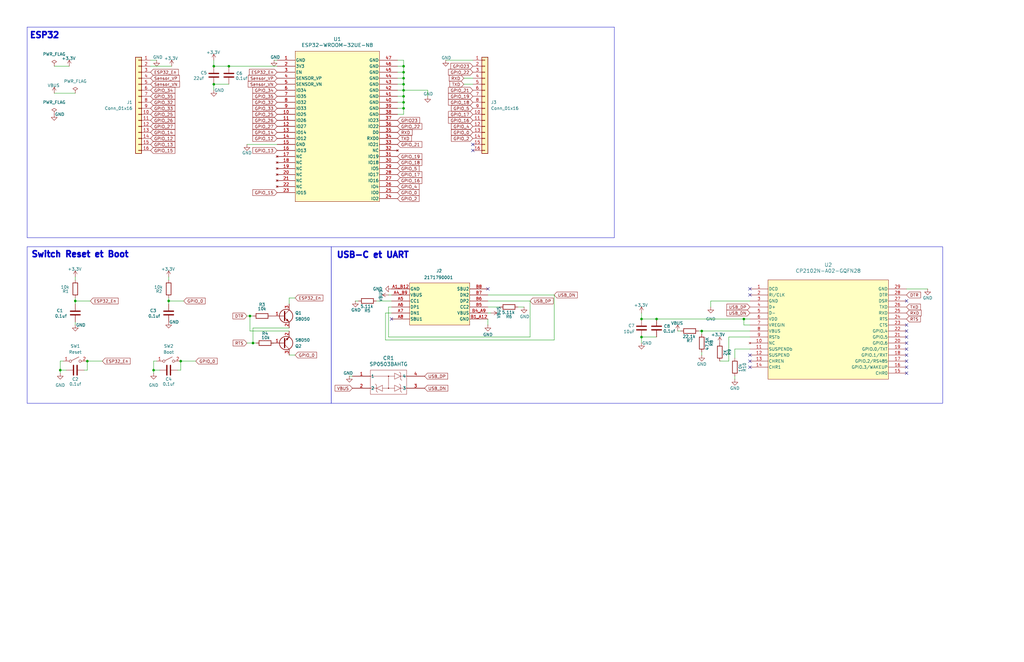
<source format=kicad_sch>
(kicad_sch (version 20231120) (generator "eeschema") (generator_version "8.0")
  (paper "User" 431.8 279.4)
  (lib_symbols
    (symbol "CP2102N-A02-GQFN28:CP2102N-A02-GQFN28" (pin_names (offset 0.254))
      (property "Reference" "U2" (at 33.02 10.16 0))
      (property "Value" "CP2102N-A02-GQFN28" (at 33.02 7.62 0))
      (symbol "CP2102N-A02-GQFN28_0_1"
        (pin input line (at 0 0 0) (length 7.62) (name "DCD") (number "1"))
        (pin no_connect line (at 0 -22.86 0) (length 7.62) (name "NC") (number "10"))
        (pin output line (at 0 -25.4 0) (length 7.62) (name "SUSPENDb") (number "11"))
        (pin output line (at 0 -27.94 0) (length 7.62) (name "SUSPEND") (number "12"))
        (pin output line (at 0 -30.48 0) (length 7.62) (name "CHREN") (number "13"))
        (pin output line (at 0 -33.02 0) (length 7.62) (name "CHR1") (number "14"))
        (pin output line (at 66.04 -35.56 180) (length 7.62) (name "CHR0") (number "15"))
        (pin bidirectional line (at 66.04 -33.02 180) (length 7.62) (name "GPIO.3/WAKEUP") (number "16"))
        (pin bidirectional line (at 66.04 -30.48 180) (length 7.62) (name "GPIO.2/RS485") (number "17"))
        (pin bidirectional line (at 66.04 -27.94 180) (length 7.62) (name "GPIO.1/RXT") (number "18"))
        (pin bidirectional line (at 66.04 -25.4 180) (length 7.62) (name "GPIO.0/TXT") (number "19"))
        (pin bidirectional line (at 0 -2.54 0) (length 7.62) (name "RI/CLK") (number "2"))
        (pin bidirectional line (at 66.04 -22.86 180) (length 7.62) (name "GPIO.6") (number "20"))
        (pin bidirectional line (at 66.04 -20.32 180) (length 7.62) (name "GPIO.5") (number "21"))
        (pin bidirectional line (at 66.04 -17.78 180) (length 7.62) (name "GPIO.4") (number "22"))
        (pin input line (at 66.04 -15.24 180) (length 7.62) (name "CTS") (number "23"))
        (pin output line (at 66.04 -12.7 180) (length 7.62) (name "RTS") (number "24"))
        (pin input line (at 66.04 -10.16 180) (length 7.62) (name "RXD") (number "25"))
        (pin output line (at 66.04 -7.62 180) (length 7.62) (name "TXD") (number "26"))
        (pin input line (at 66.04 -5.08 180) (length 7.62) (name "DSR") (number "27"))
        (pin output line (at 66.04 -2.54 180) (length 7.62) (name "DTR") (number "28"))
        (pin input line (at 0 -7.62 0) (length 7.62) (name "D+") (number "4"))
        (pin input line (at 0 -10.16 0) (length 7.62) (name "D-") (number "5"))
        (pin power_in line (at 0 -12.7 0) (length 7.62) (name "VDD") (number "6"))
        (pin power_in line (at 0 -15.24 0) (length 7.62) (name "VREGIN") (number "7"))
        (pin input line (at 0 -17.78 0) (length 7.62) (name "VBUS") (number "8"))
      )
      (symbol "CP2102N-A02-GQFN28_1_1"
        (rectangle (start 7.62 3.81) (end 58.42 -38.1) (fill (type background)))
        (pin power_in line (at 66.04 0 180) (length 7.62) (name "GND") (number "29"))
        (pin power_in line (at 0 -5.08 0) (length 7.62) (name "GND") (number "3"))
        (pin passive line (at 0 -20.32 0) (length 7.62) (name "RSTb") (number "9"))
      )
    )
    (symbol "Connector_Generic:Conn_01x16" (pin_names (offset 1.016) hide)
      (property "Reference" "J" (at 0 20.32 0))
      (property "Value" "Conn_01x16" (at 0 -22.86 0))
      (symbol "Conn_01x16_1_1"
        (rectangle (start -1.27 -20.193) (end 0 -20.447) (stroke (width 0.1524)))
        (rectangle (start -1.27 -17.653) (end 0 -17.907) (stroke (width 0.1524)))
        (rectangle (start -1.27 -15.113) (end 0 -15.367) (stroke (width 0.1524)))
        (rectangle (start -1.27 -12.573) (end 0 -12.827) (stroke (width 0.1524)))
        (rectangle (start -1.27 -10.033) (end 0 -10.287) (stroke (width 0.1524)))
        (rectangle (start -1.27 -7.493) (end 0 -7.747) (stroke (width 0.1524)))
        (rectangle (start -1.27 -4.953) (end 0 -5.207) (stroke (width 0.1524)))
        (rectangle (start -1.27 -2.413) (end 0 -2.667) (stroke (width 0.1524)))
        (rectangle (start -1.27 0.127) (end 0 -0.127) (stroke (width 0.1524)))
        (rectangle (start -1.27 2.667) (end 0 2.413) (stroke (width 0.1524)))
        (rectangle (start -1.27 5.207) (end 0 4.953) (stroke (width 0.1524)))
        (rectangle (start -1.27 7.747) (end 0 7.493) (stroke (width 0.1524)))
        (rectangle (start -1.27 10.287) (end 0 10.033) (stroke (width 0.1524)))
        (rectangle (start -1.27 12.827) (end 0 12.573) (stroke (width 0.1524)))
        (rectangle (start -1.27 15.367) (end 0 15.113) (stroke (width 0.1524)))
        (rectangle (start -1.27 17.907) (end 0 17.653) (stroke (width 0.1524)))
        (rectangle (start -1.27 19.05) (end 1.27 -21.59) (stroke (width 0.254)) (fill (type background)))
        (pin passive line (at -5.08 17.78 0) (length 3.81) (name "Pin_1") (number "1"))
        (pin passive line (at -5.08 -5.08 0) (length 3.81) (name "Pin_10") (number "10"))
        (pin passive line (at -5.08 -7.62 0) (length 3.81) (name "Pin_11") (number "11"))
        (pin passive line (at -5.08 -10.16 0) (length 3.81) (name "Pin_12") (number "12"))
        (pin passive line (at -5.08 -12.7 0) (length 3.81) (name "Pin_13") (number "13"))
        (pin passive line (at -5.08 -15.24 0) (length 3.81) (name "Pin_14") (number "14"))
        (pin passive line (at -5.08 -17.78 0) (length 3.81) (name "Pin_15") (number "15"))
        (pin passive line (at -5.08 -20.32 0) (length 3.81) (name "Pin_16") (number "16"))
        (pin passive line (at -5.08 15.24 0) (length 3.81) (name "Pin_2") (number "2"))
        (pin passive line (at -5.08 12.7 0) (length 3.81) (name "Pin_3") (number "3"))
        (pin passive line (at -5.08 10.16 0) (length 3.81) (name "Pin_4") (number "4"))
        (pin passive line (at -5.08 7.62 0) (length 3.81) (name "Pin_5") (number "5"))
        (pin passive line (at -5.08 5.08 0) (length 3.81) (name "Pin_6") (number "6"))
        (pin passive line (at -5.08 2.54 0) (length 3.81) (name "Pin_7") (number "7"))
        (pin passive line (at -5.08 0 0) (length 3.81) (name "Pin_8") (number "8"))
        (pin passive line (at -5.08 -2.54 0) (length 3.81) (name "Pin_9") (number "9"))
      )
    )
    (symbol "Device:C" (pin_numbers hide) (pin_names (offset 0.254))
      (property "Reference" "C" (at 0.635 2.54 0))
      (property "Value" "C" (at 0.635 -2.54 0))
      (symbol "C_0_1"
        (polyline (pts (xy -2.032 -0.762) (xy 2.032 -0.762)) (stroke (width 0.508)))
        (polyline (pts (xy -2.032 0.762) (xy 2.032 0.762)) (stroke (width 0.508)))
      )
      (symbol "C_1_1"
        (pin passive line (at 0 3.81 270) (length 2.794) (name "~") (number "1"))
        (pin passive line (at 0 -3.81 90) (length 2.794) (name "~") (number "2"))
      )
    )
    (symbol "Device:R" (pin_numbers hide) (pin_names (offset 0))
      (property "Reference" "R" (at 2.032 0 90))
      (property "Value" "R" (at 0 0 90))
      (symbol "R_0_1"
        (rectangle (start -1.016 -2.54) (end 1.016 2.54) (stroke (width 0.254)))
      )
      (symbol "R_1_1"
        (pin passive line (at 0 3.81 270) (length 1.27) (name "~") (number "1"))
        (pin passive line (at 0 -3.81 90) (length 1.27) (name "~") (number "2"))
      )
    )
    (symbol "ESP32-WROOM-32UE-N8:ESP32-WROOM-32UE-N8" (pin_names (offset 0.254))
      (property "Reference" "U1" (at 25.4 8.89 0))
      (property "Value" "ESP32-WROOM-32UE-N8" (at 25.4 6.35 0))
      (symbol "ESP32-WROOM-32UE-N8_0_1"
        (rectangle (start 7.62 3.81) (end 43.18 -59.69) (fill (type background)))
        (pin bidirectional line (at 0 -22.86 0) (length 7.62) (name "IO25") (number "10"))
        (pin bidirectional line (at 0 -25.4 0) (length 7.62) (name "IO26") (number "11"))
        (pin bidirectional line (at 0 -27.94 0) (length 7.62) (name "IO27") (number "12"))
        (pin bidirectional line (at 0 -30.48 0) (length 7.62) (name "IO14") (number "13"))
        (pin bidirectional line (at 0 -33.02 0) (length 7.62) (name "IO12") (number "14"))
        (pin bidirectional line (at 0 -38.1 0) (length 7.62) (name "IO13") (number "16"))
        (pin no_connect line (at 0 -40.64 0) (length 7.62) (name "NC") (number "17"))
        (pin no_connect line (at 0 -43.18 0) (length 7.62) (name "NC") (number "18"))
        (pin no_connect line (at 0 -45.72 0) (length 7.62) (name "NC") (number "19"))
        (pin power_in line (at 0 -2.54 0) (length 7.62) (name "3V3") (number "2"))
        (pin no_connect line (at 0 -48.26 0) (length 7.62) (name "NC") (number "20"))
        (pin no_connect line (at 0 -50.8 0) (length 7.62) (name "NC") (number "21"))
        (pin no_connect line (at 0 -53.34 0) (length 7.62) (name "NC") (number "22"))
        (pin bidirectional line (at 0 -55.88 0) (length 7.62) (name "IO15") (number "23"))
        (pin bidirectional line (at 50.8 -58.42 180) (length 7.62) (name "IO2") (number "24"))
        (pin bidirectional line (at 50.8 -55.88 180) (length 7.62) (name "IO0") (number "25"))
        (pin bidirectional line (at 50.8 -53.34 180) (length 7.62) (name "IO4") (number "26"))
        (pin bidirectional line (at 50.8 -50.8 180) (length 7.62) (name "IO16") (number "27"))
        (pin bidirectional line (at 50.8 -48.26 180) (length 7.62) (name "IO17") (number "28"))
        (pin bidirectional line (at 50.8 -45.72 180) (length 7.62) (name "IO5") (number "29"))
        (pin input line (at 0 -5.08 0) (length 7.62) (name "EN") (number "3"))
        (pin bidirectional line (at 50.8 -43.18 180) (length 7.62) (name "IO18") (number "30"))
        (pin bidirectional line (at 50.8 -40.64 180) (length 7.62) (name "IO19") (number "31"))
        (pin no_connect line (at 50.8 -38.1 180) (length 7.62) (name "NC") (number "32"))
        (pin bidirectional line (at 50.8 -35.56 180) (length 7.62) (name "IO21") (number "33"))
        (pin bidirectional line (at 50.8 -33.02 180) (length 7.62) (name "RXD0") (number "34"))
        (pin bidirectional line (at 50.8 -30.48 180) (length 7.62) (name "D0") (number "35"))
        (pin bidirectional line (at 50.8 -27.94 180) (length 7.62) (name "IO22") (number "36"))
        (pin bidirectional line (at 50.8 -25.4 180) (length 7.62) (name "IO23") (number "37"))
        (pin power_in line (at 50.8 -20.32 180) (length 7.62) (name "GND") (number "39"))
        (pin input line (at 0 -7.62 0) (length 7.62) (name "SENSOR_VP") (number "4"))
        (pin power_in line (at 50.8 -17.78 180) (length 7.62) (name "GND") (number "40"))
        (pin power_in line (at 50.8 -15.24 180) (length 7.62) (name "GND") (number "41"))
        (pin power_in line (at 50.8 -12.7 180) (length 7.62) (name "GND") (number "42"))
        (pin power_in line (at 50.8 -10.16 180) (length 7.62) (name "GND") (number "43"))
        (pin power_in line (at 50.8 -7.62 180) (length 7.62) (name "GND") (number "44"))
        (pin power_in line (at 50.8 -5.08 180) (length 7.62) (name "GND") (number "45"))
        (pin power_in line (at 50.8 -2.54 180) (length 7.62) (name "GND") (number "46"))
        (pin power_in line (at 50.8 0 180) (length 7.62) (name "GND") (number "47"))
        (pin input line (at 0 -10.16 0) (length 7.62) (name "SENSOR_VN") (number "5"))
        (pin input line (at 0 -12.7 0) (length 7.62) (name "IO34") (number "6"))
        (pin input line (at 0 -15.24 0) (length 7.62) (name "IO35") (number "7"))
        (pin bidirectional line (at 0 -17.78 0) (length 7.62) (name "IO32") (number "8"))
        (pin bidirectional line (at 0 -20.32 0) (length 7.62) (name "IO33") (number "9"))
      )
      (symbol "ESP32-WROOM-32UE-N8_1_1"
        (pin power_in line (at 0 0 0) (length 7.62) (name "GND") (number "1"))
        (pin power_in line (at 0 -35.56 0) (length 7.62) (name "GND") (number "15"))
        (pin power_in line (at 50.8 -22.86 180) (length 7.62) (name "GND") (number "38"))
      )
    )
    (symbol "S8050_1" (pin_names (offset 0) hide)
      (property "Reference" "Q2" (at 5.08 1.2701 0))
      (property "Value" "S8050" (at 5.08 -1.2699 0))
      (symbol "S8050_1_0_1"
        (polyline (pts (xy 0 0) (xy 0.635 0)))
        (polyline (pts (xy 0.635 0.635) (xy 2.54 2.54)))
        (polyline (pts (xy 0.635 -0.635) (xy 2.54 -2.54) (xy 2.54 -2.54)))
        (polyline (pts (xy 0.635 1.905) (xy 0.635 -1.905) (xy 0.635 -1.905)) (stroke (width 0.508)))
        (polyline (pts (xy 1.27 -1.778) (xy 1.778 -1.27) (xy 2.286 -2.286) (xy 1.27 -1.778) (xy 1.27 -1.778)) (fill (type outline)))
        (circle (center 1.27 0) (radius 2.8194) (stroke (width 0.254)))
      )
      (symbol "S8050_1_1_1"
        (pin input line (at -5.08 0 0) (length 5.08) (name "B") (number "1"))
        (pin passive line (at 2.54 -5.08 90) (length 2.54) (name "E") (number "2"))
        (pin passive line (at 2.54 5.08 270) (length 2.54) (name "C") (number "3"))
      )
    )
    (symbol "SP0503BAHTG:SP0503BAHTG" (pin_names (offset 0.254))
      (property "Reference" "CR1" (at 15.24 7.62 0))
      (property "Value" "SP0503BAHTG" (at 15.24 5.08 0))
      (symbol "SP0503BAHTG_0_1"
        (polyline (pts (xy 7.62 -7.62) (xy 22.86 -7.62)) (stroke (width 0.127)))
        (polyline (pts (xy 7.62 -5.08) (xy 10.16 -5.08)) (stroke (width 0.127)))
        (polyline (pts (xy 7.62 0) (xy 17.78 0)) (stroke (width 0.127)))
        (polyline (pts (xy 7.62 2.54) (xy 7.62 -7.62)) (stroke (width 0.127)))
        (polyline (pts (xy 10.16 -6.35) (xy 10.668 -6.858)) (stroke (width 0.127)))
        (polyline (pts (xy 10.16 -5.08) (xy 12.7 -3.81)) (stroke (width 0.127)))
        (polyline (pts (xy 10.16 -3.81) (xy 9.652 -3.302)) (stroke (width 0.127)))
        (polyline (pts (xy 10.16 -3.81) (xy 10.16 -6.35)) (stroke (width 0.127)))
        (polyline (pts (xy 12.7 -6.35) (xy 10.16 -5.08)) (stroke (width 0.127)))
        (polyline (pts (xy 12.7 -5.08) (xy 17.78 -5.08)) (stroke (width 0.127)))
        (polyline (pts (xy 12.7 -3.81) (xy 12.7 -6.35)) (stroke (width 0.127)))
        (polyline (pts (xy 15.24 0) (xy 15.24 -5.08)) (stroke (width 0.127)))
        (polyline (pts (xy 17.78 -6.35) (xy 20.32 -5.08)) (stroke (width 0.127)))
        (polyline (pts (xy 17.78 -3.81) (xy 17.78 -6.35)) (stroke (width 0.127)))
        (polyline (pts (xy 17.78 -1.27) (xy 20.32 0)) (stroke (width 0.127)))
        (polyline (pts (xy 17.78 1.27) (xy 17.78 -1.27)) (stroke (width 0.127)))
        (polyline (pts (xy 20.32 -6.35) (xy 20.828 -6.858)) (stroke (width 0.127)))
        (polyline (pts (xy 20.32 -5.08) (xy 17.78 -3.81)) (stroke (width 0.127)))
        (polyline (pts (xy 20.32 -3.81) (xy 19.812 -3.302)) (stroke (width 0.127)))
        (polyline (pts (xy 20.32 -3.81) (xy 20.32 -6.35)) (stroke (width 0.127)))
        (polyline (pts (xy 20.32 -1.27) (xy 20.828 -1.778)) (stroke (width 0.127)))
        (polyline (pts (xy 20.32 0) (xy 17.78 1.27)) (stroke (width 0.127)))
        (polyline (pts (xy 20.32 0) (xy 22.86 0)) (stroke (width 0.127)))
        (polyline (pts (xy 20.32 1.27) (xy 19.812 1.778)) (stroke (width 0.127)))
        (polyline (pts (xy 20.32 1.27) (xy 20.32 -1.27)) (stroke (width 0.127)))
        (polyline (pts (xy 22.86 -7.62) (xy 22.86 2.54)) (stroke (width 0.127)))
        (polyline (pts (xy 22.86 -5.08) (xy 20.32 -5.08)) (stroke (width 0.127)))
        (polyline (pts (xy 22.86 2.54) (xy 7.62 2.54)) (stroke (width 0.127)))
        (circle (center 15.24 -5.08) (radius 0.127) (stroke (width 0.254)))
        (circle (center 15.24 0) (radius 0.127) (stroke (width 0.254)))
        (pin power_in line (at 0 0 0) (length 7.62) (name "1") (number "1"))
        (pin input line (at 0 -5.08 0) (length 7.62) (name "2") (number "2"))
        (pin input line (at 30.48 -5.08 180) (length 7.62) (name "3") (number "3"))
        (pin input line (at 30.48 0 180) (length 7.62) (name "4") (number "4"))
      )
    )
    (symbol "Switch:SW_SPST" (pin_names (offset 0) hide)
      (property "Reference" "SW" (at 0 3.175 0))
      (property "Value" "SW_SPST" (at 0 -2.54 0))
      (symbol "SW_SPST_0_0"
        (circle (center -2.032 0) (radius 0.508))
        (polyline (pts (xy -1.524 0.254) (xy 1.524 1.778)))
        (circle (center 2.032 0) (radius 0.508))
      )
      (symbol "SW_SPST_1_1"
        (pin passive line (at -5.08 0 0) (length 2.54) (name "A") (number "1"))
        (pin passive line (at 5.08 0 180) (length 2.54) (name "B") (number "2"))
      )
    )
    (symbol "Transistor_BJT:S8050" (pin_names (offset 0) hide)
      (property "Reference" "Q1" (at 5.08 1.2701 0))
      (property "Value" "S8050" (at 5.08 -1.2699 0))
      (symbol "S8050_0_1"
        (polyline (pts (xy 0 0) (xy 0.635 0)))
        (polyline (pts (xy 0.635 0.635) (xy 2.54 2.54)))
        (polyline (pts (xy 0.635 -0.635) (xy 2.54 -2.54) (xy 2.54 -2.54)))
        (polyline (pts (xy 0.635 1.905) (xy 0.635 -1.905) (xy 0.635 -1.905)) (stroke (width 0.508)))
        (polyline (pts (xy 1.27 -1.778) (xy 1.778 -1.27) (xy 2.286 -2.286) (xy 1.27 -1.778) (xy 1.27 -1.778)) (fill (type outline)))
        (circle (center 1.27 0) (radius 2.8194) (stroke (width 0.254)))
      )
      (symbol "S8050_1_1"
        (pin input line (at -5.08 0 0) (length 5.08) (name "B") (number "1"))
        (pin passive line (at 2.54 -5.08 90) (length 2.54) (name "E") (number "2"))
        (pin passive line (at 2.54 5.08 270) (length 2.54) (name "C") (number "3"))
      )
    )
    (symbol "USB4105:USB4105-GF-A" (pin_names (offset 0.254))
      (property "Reference" "J52" (at 20.066 7.62 0))
      (property "Value" "2171790001" (at 19.812 4.826 0))
      (symbol "USB4105-GF-A_0_1"
        (pin bidirectional line (at 0 -5.08 0) (length 7.62) (name "CC1") (number "A5"))
        (pin bidirectional line (at 0 -7.62 0) (length 7.62) (name "DP1") (number "A6"))
        (pin bidirectional line (at 0 -10.16 0) (length 7.62) (name "DN1") (number "A7"))
        (pin bidirectional line (at 0 -12.7 0) (length 7.62) (name "SBU1") (number "A8"))
        (pin bidirectional line (at 40.64 -7.62 180) (length 7.62) (name "CC2") (number "B5"))
        (pin bidirectional line (at 40.64 -5.08 180) (length 7.62) (name "DP2") (number "B6"))
        (pin bidirectional line (at 40.64 -2.54 180) (length 7.62) (name "DN2") (number "B7"))
        (pin bidirectional line (at 40.64 0 180) (length 7.62) (name "SBU2") (number "B8"))
      )
      (symbol "USB4105-GF-A_1_1"
        (rectangle (start 7.62 2.54) (end 33.02 -15.24) (fill (type background)))
        (pin power_out line (at 0 0 0) (length 7.62) (name "GND") (number "A1_B12"))
        (pin power_in line (at 0 -2.54 0) (length 7.62) (name "VBUS") (number "A4_B9"))
        (pin power_out line (at 40.64 -12.7 180) (length 7.62) (name "GND") (number "B1_A12"))
        (pin power_in line (at 40.64 -10.16 180) (length 7.62) (name "VBUS") (number "B4_A9"))
      )
    )
    (symbol "power:GND" (power) (pin_numbers hide) (pin_names (offset 0) hide)
      (property "Value" "GND" (at 0 -3.81 0))
      (symbol "GND_0_1"
        (polyline (pts (xy 0 0) (xy 0 -1.27) (xy 1.27 -1.27) (xy 0 -2.54) (xy -1.27 -1.27) (xy 0 -1.27)))
      )
      (symbol "GND_1_1"
        (pin power_in line (at 0 0 270) (length 0) (name "~") (number "1"))
      )
    )
    (symbol "power:PWR_FLAG" (power) (pin_numbers hide) (pin_names (offset 0) hide)
      (property "Value" "PWR_FLAG" (at 0 3.81 0))
      (symbol "PWR_FLAG_0_0"
        (pin power_out line (at 0 0 90) (length 0) (name "~") (number "1"))
      )
      (symbol "PWR_FLAG_0_1"
        (polyline (pts (xy 0 0) (xy 0 1.27) (xy -1.016 1.905) (xy 0 2.54) (xy 1.016 1.905) (xy 0 1.27)))
      )
    )
    (symbol "power:VCC" (power) (pin_numbers hide) (pin_names (offset 0) hide)
      (property "Value" "VCC" (at 0 3.556 0))
      (symbol "VCC_0_1"
        (polyline (pts (xy -0.762 1.27) (xy 0 2.54)))
        (polyline (pts (xy 0 0) (xy 0 2.54)))
        (polyline (pts (xy 0 2.54) (xy 0.762 1.27)))
      )
      (symbol "VCC_1_1"
        (pin power_in line (at 0 0 90) (length 0) (name "~") (number "1"))
      )
    )
  )
  (junction (at 64.77 156.21))
  (junction (at 90.17 35.56))
  (junction (at 170.18 35.56))
  (junction (at 170.18 27.94))
  (junction (at 170.18 43.18))
  (junction (at 276.86 134.62))
  (junction (at 106.68 144.78))
  (junction (at 71.12 127))
  (junction (at 170.18 40.64))
  (junction (at 96.52 27.94))
  (junction (at 170.18 33.02))
  (junction (at 270.51 142.24))
  (junction (at 170.18 30.48))
  (junction (at 313.69 134.62))
  (junction (at 25.4 156.21))
  (junction (at 170.18 38.1))
  (junction (at 295.91 139.7))
  (junction (at 90.17 27.94))
  (junction (at 36.83 152.4))
  (junction (at 105.41 133.35))
  (junction (at 76.2 152.4))
  (junction (at 270.51 134.62))
  (junction (at 170.18 45.72))
  (junction (at 31.75 127))
  (no_connect (at 382.27 154.94))
  (no_connect (at 199.39 60.96))
  (no_connect (at 382.27 144.78))
  (no_connect (at 382.27 147.32))
  (no_connect (at 316.23 149.86))
  (no_connect (at 316.23 154.94))
  (no_connect (at 382.27 152.4))
  (no_connect (at 382.27 139.7))
  (no_connect (at 316.23 121.92))
  (no_connect (at 316.23 152.4))
  (no_connect (at 165.1 134.62))
  (no_connect (at 382.27 149.86))
  (no_connect (at 316.23 124.46))
  (no_connect (at 382.27 157.48))
  (no_connect (at 199.39 63.5))
  (no_connect (at 382.27 137.16))
  (no_connect (at 382.27 142.24))
  (no_connect (at 382.27 127))
  (no_connect (at 205.74 121.92))
  (wire (pts (xy 270.51 142.24) (xy 276.86 142.24)))
  (wire (pts (xy 167.64 43.18) (xy 170.18 43.18)))
  (wire (pts (xy 313.69 137.16) (xy 313.69 134.62)))
  (wire (pts (xy 167.64 25.4) (xy 170.18 25.4)))
  (wire (pts (xy 71.12 125.73) (xy 71.12 127)))
  (wire (pts (xy 309.88 147.32) (xy 316.23 147.32)))
  (wire (pts (xy 124.46 125.73) (xy 121.92 125.73)))
  (wire (pts (xy 309.88 158.75) (xy 309.88 160.02)))
  (wire (pts (xy 167.64 30.48) (xy 170.18 30.48)))
  (wire (pts (xy 307.34 142.24) (xy 307.34 152.4)))
  (wire (pts (xy 105.41 133.35) (xy 106.68 133.35)))
  (wire (pts (xy 167.64 38.1) (xy 170.18 38.1)))
  (wire (pts (xy 25.4 156.21) (xy 25.4 157.48)))
  (wire (pts (xy 162.56 143.51) (xy 233.68 143.51)))
  (wire (pts (xy 64.77 156.21) (xy 64.77 157.48)))
  (wire (pts (xy 67.31 156.21) (xy 64.77 156.21)))
  (wire (pts (xy 121.92 139.7) (xy 105.41 139.7)))
  (wire (pts (xy 22.86 27.94) (xy 29.21 27.94)))
  (wire (pts (xy 158.75 127) (xy 165.1 127)))
  (wire (pts (xy 307.34 142.24) (xy 316.23 142.24)))
  (wire (pts (xy 163.83 124.46) (xy 165.1 124.46)))
  (wire (pts (xy 276.86 134.62) (xy 313.69 134.62)))
  (wire (pts (xy 195.58 33.02) (xy 199.39 33.02)))
  (wire (pts (xy 104.14 60.96) (xy 116.84 60.96)))
  (wire (pts (xy 31.75 137.16) (xy 31.75 135.89)))
  (wire (pts (xy 76.2 152.4) (xy 76.2 156.21)))
  (wire (pts (xy 170.18 25.4) (xy 170.18 27.94)))
  (wire (pts (xy 163.83 129.54) (xy 163.83 142.24)))
  (wire (pts (xy 170.18 40.64) (xy 170.18 43.18)))
  (wire (pts (xy 316.23 137.16) (xy 313.69 137.16)))
  (wire (pts (xy 36.83 152.4) (xy 36.83 156.21)))
  (wire (pts (xy 31.75 125.73) (xy 31.75 127)))
  (wire (pts (xy 276.86 134.62) (xy 270.51 134.62)))
  (wire (pts (xy 218.44 129.54) (xy 220.98 129.54)))
  (wire (pts (xy 205.74 124.46) (xy 233.68 124.46)))
  (wire (pts (xy 170.18 27.94) (xy 170.18 30.48)))
  (wire (pts (xy 106.68 144.78) (xy 107.95 144.78)))
  (wire (pts (xy 299.72 129.54) (xy 299.72 127)))
  (wire (pts (xy 167.64 40.64) (xy 170.18 40.64)))
  (wire (pts (xy 223.52 142.24) (xy 223.52 127)))
  (wire (pts (xy 74.93 156.21) (xy 76.2 156.21)))
  (wire (pts (xy 295.91 139.7) (xy 295.91 140.97)))
  (wire (pts (xy 71.12 127) (xy 71.12 128.27)))
  (wire (pts (xy 90.17 38.1) (xy 90.17 35.56)))
  (wire (pts (xy 106.68 138.43) (xy 106.68 144.78)))
  (wire (pts (xy 36.83 152.4) (xy 43.18 152.4)))
  (wire (pts (xy 167.64 48.26) (xy 170.18 48.26)))
  (wire (pts (xy 167.64 33.02) (xy 170.18 33.02)))
  (wire (pts (xy 195.58 35.56) (xy 199.39 35.56)))
  (wire (pts (xy 307.34 152.4) (xy 303.53 152.4)))
  (wire (pts (xy 31.75 116.84) (xy 31.75 118.11)))
  (wire (pts (xy 71.12 127) (xy 77.47 127)))
  (wire (pts (xy 170.18 33.02) (xy 170.18 35.56)))
  (wire (pts (xy 106.68 138.43) (xy 121.92 138.43)))
  (wire (pts (xy 31.75 127) (xy 31.75 128.27)))
  (wire (pts (xy 167.64 35.56) (xy 170.18 35.56)))
  (wire (pts (xy 115.57 144.78) (xy 114.3 144.78)))
  (wire (pts (xy 25.4 152.4) (xy 25.4 156.21)))
  (wire (pts (xy 104.14 133.35) (xy 105.41 133.35)))
  (wire (pts (xy 313.69 134.62) (xy 316.23 134.62)))
  (wire (pts (xy 90.17 25.4) (xy 90.17 27.94)))
  (wire (pts (xy 187.96 25.4) (xy 199.39 25.4)))
  (wire (pts (xy 71.12 116.84) (xy 71.12 118.11)))
  (wire (pts (xy 170.18 38.1) (xy 170.18 40.64)))
  (wire (pts (xy 205.74 127) (xy 223.52 127)))
  (wire (pts (xy 96.52 27.94) (xy 90.17 27.94)))
  (wire (pts (xy 163.83 142.24) (xy 223.52 142.24)))
  (wire (pts (xy 66.04 25.4) (xy 63.5 25.4)))
  (wire (pts (xy 35.56 156.21) (xy 36.83 156.21)))
  (wire (pts (xy 295.91 139.7) (xy 316.23 139.7)))
  (wire (pts (xy 124.46 149.86) (xy 121.92 149.86)))
  (wire (pts (xy 180.34 38.1) (xy 170.18 38.1)))
  (wire (pts (xy 295.91 148.59) (xy 295.91 149.86)))
  (wire (pts (xy 382.27 121.92) (xy 391.16 121.92)))
  (wire (pts (xy 121.92 125.73) (xy 121.92 128.27)))
  (wire (pts (xy 170.18 30.48) (xy 170.18 33.02)))
  (wire (pts (xy 76.2 152.4) (xy 82.55 152.4)))
  (wire (pts (xy 165.1 129.54) (xy 163.83 129.54)))
  (wire (pts (xy 25.4 152.4) (xy 26.67 152.4)))
  (wire (pts (xy 270.51 132.08) (xy 270.51 134.62)))
  (wire (pts (xy 90.17 35.56) (xy 96.52 35.56)))
  (wire (pts (xy 96.52 27.94) (xy 116.84 27.94)))
  (wire (pts (xy 149.86 127) (xy 151.13 127)))
  (wire (pts (xy 64.77 152.4) (xy 66.04 152.4)))
  (wire (pts (xy 309.88 147.32) (xy 309.88 151.13)))
  (wire (pts (xy 180.34 40.64) (xy 180.34 38.1)))
  (wire (pts (xy 167.64 45.72) (xy 170.18 45.72)))
  (wire (pts (xy 162.56 132.08) (xy 162.56 143.51)))
  (wire (pts (xy 270.51 144.78) (xy 270.51 142.24)))
  (wire (pts (xy 22.86 39.37) (xy 31.75 39.37)))
  (wire (pts (xy 233.68 143.51) (xy 233.68 124.46)))
  (wire (pts (xy 170.18 43.18) (xy 170.18 45.72)))
  (wire (pts (xy 167.64 27.94) (xy 170.18 27.94)))
  (wire (pts (xy 205.74 129.54) (xy 210.82 129.54)))
  (wire (pts (xy 205.74 137.16) (xy 205.74 134.62)))
  (wire (pts (xy 147.32 158.75) (xy 148.59 158.75)))
  (wire (pts (xy 294.64 139.7) (xy 295.91 139.7)))
  (wire (pts (xy 207.01 132.08) (xy 205.74 132.08)))
  (wire (pts (xy 165.1 132.08) (xy 162.56 132.08)))
  (wire (pts (xy 63.5 27.94) (xy 72.39 27.94)))
  (wire (pts (xy 105.41 139.7) (xy 105.41 133.35)))
  (wire (pts (xy 170.18 35.56) (xy 170.18 38.1)))
  (wire (pts (xy 31.75 127) (xy 38.1 127)))
  (wire (pts (xy 104.14 144.78) (xy 106.68 144.78)))
  (wire (pts (xy 115.57 25.4) (xy 116.84 25.4)))
  (wire (pts (xy 27.94 156.21) (xy 25.4 156.21)))
  (wire (pts (xy 299.72 127) (xy 316.23 127)))
  (wire (pts (xy 64.77 152.4) (xy 64.77 156.21)))
  (wire (pts (xy 170.18 45.72) (xy 170.18 48.26)))
  (wire (pts (xy 287.02 139.7) (xy 285.75 139.7)))
  (rectangle (start 11.43 104.14) (end 139.7 170.18))
  (rectangle (start 11.43 11.43) (end 259.08 100.33))
  (rectangle (start 139.7 104.14) (end 397.51 170.18))
  (text "ESP32" (at 18.796 14.986 0) (effects (font (size 2.54 2.54) (thickness 0.762) (bold yes))))
  (text "Switch Reset et Boot" (at 33.782 107.442 0) (effects (font (size 2.54 2.54) (thickness 0.762) (bold yes))))
  (text "USB-C et UART" (at 157.226 107.696 0) (effects (font (size 2.54 2.54) (thickness 0.762) (bold yes))))
  (global_label "GPIO_34" (shape input) (at 63.5 38.1 0) (property "Intersheetrefs" "${INTERSHEET_REFS}" (effects (hide yes))))
  (global_label "GPIO_17" (shape input) (at 199.39 48.26 180) (property "Intersheetrefs" "${INTERSHEET_REFS}" (effects (hide yes))))
  (global_label "DTR" (shape input) (at 104.14 133.35 180) (property "Intersheetrefs" "${INTERSHEET_REFS}" (effects (hide yes))))
  (global_label "ESP32_En" (shape input) (at 124.46 125.73 0) (property "Intersheetrefs" "${INTERSHEET_REFS}" (effects (hide yes))))
  (global_label "RXD" (shape input) (at 167.64 55.88 0) (property "Intersheetrefs" "${INTERSHEET_REFS}" (effects (hide yes))))
  (global_label "GPIO_2" (shape input) (at 199.39 58.42 180) (property "Intersheetrefs" "${INTERSHEET_REFS}" (effects (hide yes))))
  (global_label "Sensor_VN" (shape input) (at 63.5 35.56 0) (property "Intersheetrefs" "${INTERSHEET_REFS}" (effects (hide yes))))
  (global_label "RXD" (shape input) (at 195.58 33.02 180) (property "Intersheetrefs" "${INTERSHEET_REFS}" (effects (hide yes))))
  (global_label "GPIO_15" (shape input) (at 116.84 81.28 180) (property "Intersheetrefs" "${INTERSHEET_REFS}" (effects (hide yes))))
  (global_label "USB_DP" (shape input) (at 316.23 129.54 180) (property "Intersheetrefs" "${INTERSHEET_REFS}" (effects (hide yes))))
  (global_label "GPIO_14" (shape input) (at 116.84 55.88 180) (property "Intersheetrefs" "${INTERSHEET_REFS}" (effects (hide yes))))
  (global_label "GPIO_27" (shape input) (at 116.84 53.34 180) (property "Intersheetrefs" "${INTERSHEET_REFS}" (effects (hide yes))))
  (global_label "GPIO_18" (shape input) (at 167.64 68.58 0) (property "Intersheetrefs" "${INTERSHEET_REFS}" (effects (hide yes))))
  (global_label "GPIO_15" (shape input) (at 63.5 63.5 0) (property "Intersheetrefs" "${INTERSHEET_REFS}" (effects (hide yes))))
  (global_label "USB_DN" (shape input) (at 233.68 124.46 0) (property "Intersheetrefs" "${INTERSHEET_REFS}" (effects (hide yes))))
  (global_label "GPIO_16" (shape input) (at 199.39 50.8 180) (property "Intersheetrefs" "${INTERSHEET_REFS}" (effects (hide yes))))
  (global_label "GPIO_33" (shape input) (at 63.5 45.72 0) (property "Intersheetrefs" "${INTERSHEET_REFS}" (effects (hide yes))))
  (global_label "GPIO_12" (shape input) (at 116.84 58.42 180) (property "Intersheetrefs" "${INTERSHEET_REFS}" (effects (hide yes))))
  (global_label "GPIO_0" (shape input) (at 82.55 152.4 0) (property "Intersheetrefs" "${INTERSHEET_REFS}" (effects (hide yes))))
  (global_label "GPIO_12" (shape input) (at 63.5 58.42 0) (property "Intersheetrefs" "${INTERSHEET_REFS}" (effects (hide yes))))
  (global_label "GPIO_13" (shape input) (at 116.84 63.5 180) (property "Intersheetrefs" "${INTERSHEET_REFS}" (effects (hide yes))))
  (global_label "GPIO_16" (shape input) (at 167.64 76.2 0) (property "Intersheetrefs" "${INTERSHEET_REFS}" (effects (hide yes))))
  (global_label "GPIO_4" (shape input) (at 167.64 78.74 0) (property "Intersheetrefs" "${INTERSHEET_REFS}" (effects (hide yes))))
  (global_label "GPIO_25" (shape input) (at 116.84 48.26 180) (property "Intersheetrefs" "${INTERSHEET_REFS}" (effects (hide yes))))
  (global_label "DTR" (shape input) (at 382.27 124.46 0) (property "Intersheetrefs" "${INTERSHEET_REFS}" (effects (hide yes))))
  (global_label "GPIO_19" (shape input) (at 199.39 40.64 180) (property "Intersheetrefs" "${INTERSHEET_REFS}" (effects (hide yes))))
  (global_label "GPIO_22" (shape input) (at 167.64 53.34 0) (property "Intersheetrefs" "${INTERSHEET_REFS}" (effects (hide yes))))
  (global_label "GPIO_0" (shape input) (at 124.46 149.86 0) (property "Intersheetrefs" "${INTERSHEET_REFS}" (effects (hide yes))))
  (global_label "GPIO_26" (shape input) (at 116.84 50.8 180) (property "Intersheetrefs" "${INTERSHEET_REFS}" (effects (hide yes))))
  (global_label "GPIO_17" (shape input) (at 167.64 73.66 0) (property "Intersheetrefs" "${INTERSHEET_REFS}" (effects (hide yes))))
  (global_label "Sensor_VN" (shape input) (at 116.84 35.56 180) (property "Intersheetrefs" "${INTERSHEET_REFS}" (effects (hide yes))))
  (global_label "GPIO_21" (shape input) (at 199.39 38.1 180) (property "Intersheetrefs" "${INTERSHEET_REFS}" (effects (hide yes))))
  (global_label "USB_DP" (shape input) (at 223.52 127 0) (property "Intersheetrefs" "${INTERSHEET_REFS}" (effects (hide yes))))
  (global_label "USB_DP" (shape input) (at 179.07 158.75 0) (property "Intersheetrefs" "${INTERSHEET_REFS}" (effects (hide yes))))
  (global_label "Sensor_VP" (shape input) (at 63.5 33.02 0) (property "Intersheetrefs" "${INTERSHEET_REFS}" (effects (hide yes))))
  (global_label "GPIO_13" (shape input) (at 63.5 60.96 0) (property "Intersheetrefs" "${INTERSHEET_REFS}" (effects (hide yes))))
  (global_label "GPIO_27" (shape input) (at 63.5 53.34 0) (property "Intersheetrefs" "${INTERSHEET_REFS}" (effects (hide yes))))
  (global_label "TXD" (shape input) (at 167.64 58.42 0) (property "Intersheetrefs" "${INTERSHEET_REFS}" (effects (hide yes))))
  (global_label "GPIO_33" (shape input) (at 116.84 45.72 180) (property "Intersheetrefs" "${INTERSHEET_REFS}" (effects (hide yes))))
  (global_label "GPIO_32" (shape input) (at 63.5 43.18 0) (property "Intersheetrefs" "${INTERSHEET_REFS}" (effects (hide yes))))
  (global_label "ESP32_En" (shape input) (at 43.18 152.4 0) (property "Intersheetrefs" "${INTERSHEET_REFS}" (effects (hide yes))))
  (global_label "GPIO_34" (shape input) (at 116.84 38.1 180) (property "Intersheetrefs" "${INTERSHEET_REFS}" (effects (hide yes))))
  (global_label "Sensor_VP" (shape input) (at 116.84 33.02 180) (property "Intersheetrefs" "${INTERSHEET_REFS}" (effects (hide yes))))
  (global_label "GPIO_0" (shape input) (at 199.39 55.88 180) (property "Intersheetrefs" "${INTERSHEET_REFS}" (effects (hide yes))))
  (global_label "VBUS" (shape input) (at 148.59 163.83 180) (property "Intersheetrefs" "${INTERSHEET_REFS}" (effects (hide yes))))
  (global_label "GPIO_21" (shape input) (at 167.64 60.96 0) (property "Intersheetrefs" "${INTERSHEET_REFS}" (effects (hide yes))))
  (global_label "GPIO_19" (shape input) (at 167.64 66.04 0) (property "Intersheetrefs" "${INTERSHEET_REFS}" (effects (hide yes))))
  (global_label "ESP32_En" (shape input) (at 38.1 127 0) (property "Intersheetrefs" "${INTERSHEET_REFS}" (effects (hide yes))))
  (global_label "GPIO_35" (shape input) (at 63.5 40.64 0) (property "Intersheetrefs" "${INTERSHEET_REFS}" (effects (hide yes))))
  (global_label "GPIO_35" (shape input) (at 116.84 40.64 180) (property "Intersheetrefs" "${INTERSHEET_REFS}" (effects (hide yes))))
  (global_label "ESP32_En" (shape input) (at 116.84 30.48 180) (property "Intersheetrefs" "${INTERSHEET_REFS}" (effects (hide yes))))
  (global_label "GPIO23" (shape input) (at 199.39 27.94 180) (property "Intersheetrefs" "${INTERSHEET_REFS}" (effects (hide yes))))
  (global_label "RTS" (shape input) (at 382.27 134.62 0) (property "Intersheetrefs" "${INTERSHEET_REFS}" (effects (hide yes))))
  (global_label "GPIO_14" (shape input) (at 63.5 55.88 0) (property "Intersheetrefs" "${INTERSHEET_REFS}" (effects (hide yes))))
  (global_label "USB_DN" (shape input) (at 316.23 132.08 180) (property "Intersheetrefs" "${INTERSHEET_REFS}" (effects (hide yes))))
  (global_label "GPIO_25" (shape input) (at 63.5 48.26 0) (property "Intersheetrefs" "${INTERSHEET_REFS}" (effects (hide yes))))
  (global_label "ESP32_En" (shape input) (at 63.5 30.48 0) (property "Intersheetrefs" "${INTERSHEET_REFS}" (effects (hide yes))))
  (global_label "RXD" (shape input) (at 382.27 132.08 0) (property "Intersheetrefs" "${INTERSHEET_REFS}" (effects (hide yes))))
  (global_label "GPIO_18" (shape input) (at 199.39 43.18 180) (property "Intersheetrefs" "${INTERSHEET_REFS}" (effects (hide yes))))
  (global_label "GPIO_0" (shape input) (at 77.47 127 0) (property "Intersheetrefs" "${INTERSHEET_REFS}" (effects (hide yes))))
  (global_label "GPIO23" (shape input) (at 167.64 50.8 0) (property "Intersheetrefs" "${INTERSHEET_REFS}" (effects (hide yes))))
  (global_label "GPIO_4" (shape input) (at 199.39 53.34 180) (property "Intersheetrefs" "${INTERSHEET_REFS}" (effects (hide yes))))
  (global_label "GPIO_5" (shape input) (at 199.39 45.72 180) (property "Intersheetrefs" "${INTERSHEET_REFS}" (effects (hide yes))))
  (global_label "TXD" (shape input) (at 195.58 35.56 180) (property "Intersheetrefs" "${INTERSHEET_REFS}" (effects (hide yes))))
  (global_label "GPIO_22" (shape input) (at 199.39 30.48 180) (property "Intersheetrefs" "${INTERSHEET_REFS}" (effects (hide yes))))
  (global_label "USB_DN" (shape input) (at 179.07 163.83 0) (property "Intersheetrefs" "${INTERSHEET_REFS}" (effects (hide yes))))
  (global_label "TXD" (shape input) (at 382.27 129.54 0) (property "Intersheetrefs" "${INTERSHEET_REFS}" (effects (hide yes))))
  (global_label "GPIO_26" (shape input) (at 63.5 50.8 0) (property "Intersheetrefs" "${INTERSHEET_REFS}" (effects (hide yes))))
  (global_label "RTS" (shape input) (at 104.14 144.78 180) (property "Intersheetrefs" "${INTERSHEET_REFS}" (effects (hide yes))))
  (global_label "GPIO_5" (shape input) (at 167.64 71.12 0) (property "Intersheetrefs" "${INTERSHEET_REFS}" (effects (hide yes))))
  (global_label "GPIO_0" (shape input) (at 167.64 81.28 0) (property "Intersheetrefs" "${INTERSHEET_REFS}" (effects (hide yes))))
  (global_label "GPIO_32" (shape input) (at 116.84 43.18 180) (property "Intersheetrefs" "${INTERSHEET_REFS}" (effects (hide yes))))
  (global_label "GPIO_2" (shape input) (at 167.64 83.82 0) (property "Intersheetrefs" "${INTERSHEET_REFS}" (effects (hide yes))))
  (symbol (lib_id "power:PWR_FLAG") (at 31.75 39.37 0) (unit 1)
    (property "Reference" "#FLG03" (effects (hide yes)))
    (property "Value" "PWR_FLAG" (at 31.75 34.29 0))
    (property "Description" "Special symbol for telling ERC where power comes from" (effects (hide yes)))
  )
  (symbol (lib_id "Device:R") (at 31.75 121.92 180) (unit 1)
    (property "Reference" "R1" (at 27.686 122.936 0))
    (property "Value" "10k" (at 27.432 121.158 0))
    (property "Footprint" "Projet_librairies:STA_RMCF0603_STP-M" (effects (hide yes)))
    (property "Description" "Resistor" (effects (hide yes)))
    (property "part_number" "RMCF0603JT10K0" (effects (hide yes)))
  )
  (symbol (lib_id "power:GND") (at 25.4 157.48 0) (unit 1)
    (property "Reference" "#PWR03" (effects (hide yes)))
    (property "Value" "GND" (at 25.4 162.56 0))
    (property "Description" "Power symbol creates a global label with name \"GND\" , ground" (effects (hide yes)))
  )
  (symbol (lib_id "CP2102N-A02-GQFN28:CP2102N-A02-GQFN28") (at 316.23 121.92 0) (unit 1)
    (property "Reference" "U2" (at 349.25 111.76 0) (effects (font (size 1.524 1.524))))
    (property "Value" "CP2102N-A02-GQFN28" (at 349.25 114.3 0) (effects (font (size 1.524 1.524))))
    (property "Footprint" "Projet_librairies:QFN28_5X5_SIL" (effects (hide yes)))
    (property "Datasheet" "CP2102N-A02-GQFN28" (effects (hide yes)))
    (property "part_number" "CP2102N-A02-GQFN28" (effects (hide yes)))
  )
  (symbol (lib_id "Device:C") (at 71.12 132.08 180) (unit 1)
    (property "Reference" "C3" (at 63.246 131.064 0) (effects (justify right)))
    (property "Value" "0.1uf" (at 62.484 133.35 0) (effects (justify right)))
    (property "Footprint" "Projet_librairies:YAG_CC0603_YAG-M" (effects (hide yes)))
    (property "Description" "Unpolarized capacitor" (effects (hide yes)))
    (property "part_number" "CC0603KRX7R8BB104" (effects (hide yes)))
  )
  (symbol (lib_id "power:GND") (at 147.32 158.75 0) (unit 1)
    (property "Reference" "#PWR016" (effects (hide yes)))
    (property "Value" "GND" (at 146.812 157.48 0))
    (property "Description" "Power symbol creates a global label with name \"GND\" , ground" (effects (hide yes)))
  )
  (symbol (lib_id "Device:C") (at 96.52 31.75 180) (unit 1)
    (property "Reference" "C6" (at 99.568 30.988 0) (effects (justify right)))
    (property "Value" "0.1uf" (at 99.314 33.02 0) (effects (justify right)))
    (property "Footprint" "Projet_librairies:YAG_CC0603_YAG-M" (effects (hide yes)))
    (property "Description" "Unpolarized capacitor" (effects (hide yes)))
    (property "part_number" "CC0603KRX7R8BB104" (effects (hide yes)))
  )
  (symbol (lib_id "power:GND") (at 64.77 157.48 0) (unit 1)
    (property "Reference" "#PWR07" (effects (hide yes)))
    (property "Value" "GND" (at 64.77 162.56 0))
    (property "Description" "Power symbol creates a global label with name \"GND\" , ground" (effects (hide yes)))
  )
  (symbol (lib_id "power:GND") (at 180.34 40.64 0) (unit 1)
    (property "Reference" "#PWR020" (effects (hide yes)))
    (property "Value" "GND" (at 180.594 39.624 0))
    (property "Description" "Power symbol creates a global label with name \"GND\" , ground" (effects (hide yes)))
  )
  (symbol (lib_id "ESP32-WROOM-32UE-N8:ESP32-WROOM-32UE-N8") (at 116.84 25.4 0) (unit 1)
    (property "Reference" "U1" (at 142.24 16.51 0) (effects (font (size 1.524 1.524))))
    (property "Value" "ESP32-WROOM-32UE-N8" (at 142.24 19.05 0) (effects (font (size 1.524 1.524))))
    (property "Footprint" "Projet_librairies:ESP32-WROOM-32UE_EXP" (effects (hide yes)))
    (property "Datasheet" "ESP32-WROOM-32UE-N8" (effects (hide yes)))
    (property "part_number" "ESP32-WROOM-32UE-N8" (effects (hide yes)))
  )
  (symbol (lib_id "power:GND") (at 205.74 137.16 0) (unit 1)
    (property "Reference" "#PWR022" (effects (hide yes)))
    (property "Value" "GND" (at 205.74 141.224 0))
    (property "Description" "Power symbol creates a global label with name \"GND\" , ground" (effects (hide yes)))
  )
  (symbol (lib_id "Device:C") (at 90.17 31.75 180) (unit 1)
    (property "Reference" "C5" (at 84.582 30.734 0) (effects (justify right)))
    (property "Value" "22uf" (at 81.534 33.02 0) (effects (justify right)))
    (property "Footprint" "Projet_librairies:YAG_CC0603_YAG-M" (effects (hide yes)))
    (property "Description" "Unpolarized capacitor" (effects (hide yes)))
    (property "part_number" "GRM188R61A226ME15D" (effects (hide yes)))
  )
  (symbol (lib_id "Device:R") (at 303.53 148.59 0) (unit 1)
    (property "Reference" "R9" (at 307.594 148.59 90))
    (property "Value" "2K" (at 305.816 148.844 90))
    (property "Footprint" "Projet_librairies:STA_RMCF0603_STP-M" (effects (hide yes)))
    (property "Description" "Resistor" (effects (hide yes)))
    (property "part_number" "ERJ-3EKF2001V" (effects (hide yes)))
  )
  (symbol (lib_id "Device:C") (at 270.51 138.43 180) (unit 1)
    (property "Reference" "C7" (at 264.922 137.414 0) (effects (justify right)))
    (property "Value" "10uF" (at 262.89 139.954 0) (effects (justify right)))
    (property "Footprint" "Projet_librairies:YAG_CC0603_YAG-M" (effects (hide yes)))
    (property "Description" "Unpolarized capacitor" (effects (hide yes)))
    (property "part_number" "JMK107ABJ106MA-T" (effects (hide yes)))
  )
  (symbol (lib_id "power:VCC") (at 270.51 132.08 0) (unit 1)
    (property "Reference" "#PWR025" (effects (hide yes)))
    (property "Value" "+3.3V" (at 270.256 128.778 0))
    (property "Description" "Power symbol creates a global label with name \"VCC\"" (effects (hide yes)))
  )
  (symbol (lib_id "power:GND") (at 104.14 60.96 0) (unit 1)
    (property "Reference" "#PWR014" (effects (hide yes)))
    (property "Value" "GND" (at 104.14 64.516 0))
    (property "Description" "Power symbol creates a global label with name \"GND\" , ground" (effects (hide yes)))
  )
  (symbol (lib_id "power:VCC") (at 22.86 39.37 0) (unit 1)
    (property "Reference" "#PWR01" (effects (hide yes)))
    (property "Value" "VBUS" (at 22.606 36.068 0))
    (property "Description" "Power symbol creates a global label with name \"VCC\"" (effects (hide yes)))
  )
  (symbol (lib_id "power:GND") (at 22.86 48.26 0) (unit 1)
    (property "Reference" "#PWR02" (effects (hide yes)))
    (property "Value" "GND" (at 25.146 48.26 0))
    (property "Description" "Power symbol creates a global label with name \"GND\" , ground" (effects (hide yes)))
  )
  (symbol (lib_id "power:GND") (at 149.86 127 0) (unit 1)
    (property "Reference" "#PWR017" (effects (hide yes)))
    (property "Value" "GND" (at 150.114 130.81 0))
    (property "Description" "Power symbol creates a global label with name \"GND\" , ground" (effects (hide yes)))
  )
  (symbol (lib_id "power:GND") (at 295.91 149.86 0) (unit 1)
    (property "Reference" "#PWR028" (effects (hide yes)))
    (property "Value" "GND" (at 295.91 153.67 0))
    (property "Description" "Power symbol creates a global label with name \"GND\" , ground" (effects (hide yes)))
  )
  (symbol (lib_id "Switch:SW_SPST") (at 31.75 152.4 0) (unit 1)
    (property "Reference" "SW1" (at 31.75 146.05 0))
    (property "Value" "Reset" (at 31.75 148.59 0))
    (property "Footprint" "Projet_librairies:PTS636_SK" (effects (hide yes)))
    (property "Description" "Single Pole Single Throw (SPST) switch" (effects (hide yes)))
    (property "part_number" "PTS636 SK43 SMTR LFS" (effects (hide yes)))
  )
  (symbol (lib_id "Device:C") (at 71.12 156.21 90) (unit 1)
    (property "Reference" "C4" (at 71.12 160.02 90))
    (property "Value" "0.1uf" (at 71.12 162.052 90))
    (property "Footprint" "Projet_librairies:YAG_CC0603_YAG-M" (effects (hide yes)))
    (property "Description" "Unpolarized capacitor" (effects (hide yes)))
    (property "part_number" "CC0603KRX7R8BB104" (effects (hide yes)))
  )
  (symbol (lib_id "Device:R") (at 111.76 144.78 90) (unit 1)
    (property "Reference" "R4" (at 111.76 140.716 90))
    (property "Value" "10k" (at 112.014 142.494 90))
    (property "Footprint" "Projet_librairies:STA_RMCF0603_STP-M" (effects (hide yes)))
    (property "Description" "Resistor" (effects (hide yes)))
    (property "part_number" "RMCF0603JT10K0" (effects (hide yes)))
  )
  (symbol (lib_id "Connector_Generic:Conn_01x16") (at 58.42 43.18 0) (mirror y) (unit 1)
    (property "Reference" "J1" (at 55.88 43.1799 0) (effects (justify left)))
    (property "Value" "Conn_01x16" (at 55.88 45.7199 0) (effects (justify left)))
    (property "Footprint" "Connector_PinHeader_2.54mm:PinHeader_1x16_P2.54mm_Vertical" (effects (hide yes)))
    (property "Description" "Generic connector, single row, 01x16, script generated (kicad-library-utils/schlib/autogen/connector/)" (effects (hide yes)))
  )
  (symbol (lib_id "power:VCC") (at 207.01 132.08 270) (unit 1)
    (property "Reference" "#PWR023" (effects (hide yes)))
    (property "Value" "VBUS" (at 210.312 131.826 0))
    (property "Description" "Power symbol creates a global label with name \"VCC\"" (effects (hide yes)))
  )
  (symbol (lib_id "power:VCC") (at 90.17 25.4 0) (unit 1)
    (property "Reference" "#PWR012" (effects (hide yes)))
    (property "Value" "+3.3V" (at 89.916 22.098 0))
    (property "Description" "Power symbol creates a global label with name \"VCC\"" (effects (hide yes)))
  )
  (symbol (lib_id "Device:C") (at 31.75 156.21 90) (unit 1)
    (property "Reference" "C2" (at 31.75 160.02 90))
    (property "Value" "0.1uf" (at 31.75 162.052 90))
    (property "Footprint" "Projet_librairies:YAG_CC0603_YAG-M" (effects (hide yes)))
    (property "Description" "Unpolarized capacitor" (effects (hide yes)))
    (property "part_number" "CC0603KRX7R8BB104" (effects (hide yes)))
  )
  (symbol (lib_id "power:GND") (at 115.57 25.4 0) (unit 1)
    (property "Reference" "#PWR015" (effects (hide yes)))
    (property "Value" "GND" (at 116.078 24.13 0))
    (property "Description" "Power symbol creates a global label with name \"GND\" , ground" (effects (hide yes)))
  )
  (symbol (lib_id "Device:R") (at 295.91 144.78 0) (unit 1)
    (property "Reference" "R8" (at 299.974 144.78 90))
    (property "Value" "47.5K" (at 298.196 145.034 90))
    (property "Footprint" "Projet_librairies:STA_RMCF0603_STP-M" (effects (hide yes)))
    (property "Description" "Resistor" (effects (hide yes)))
    (property "part_number" "RMCF0603FT47K5" (effects (hide yes)))
  )
  (symbol (lib_id "Transistor_BJT:S8050") (at 119.38 133.35 0) (unit 1)
    (property "Reference" "Q1" (at 124.46 132.0799 0) (effects (justify left)))
    (property "Value" "S8050" (at 124.46 134.6199 0) (effects (justify left)))
    (property "Footprint" "Projet_librairies:TRAN_SS8050-G_CIP-M" (effects (hide yes)))
    (property "Description" "0.7A Ic, 20V Vce, Low Voltage High Current NPN Transistor, TO-92" (effects (hide yes)))
    (property "part_number" "SS8050-G" (effects (hide yes)))
  )
  (symbol (lib_id "power:VCC") (at 163.83 124.46 90) (unit 1)
    (property "Reference" "#PWR018" (effects (hide yes)))
    (property "Value" "VBUS" (at 160.528 124.714 0))
    (property "Description" "Power symbol creates a global label with name \"VCC\"" (effects (hide yes)))
  )
  (symbol (lib_id "Device:R") (at 154.94 127 270) (unit 1)
    (property "Reference" "R5" (at 154.94 131.064 90))
    (property "Value" "5.11k" (at 154.686 129.286 90))
    (property "Footprint" "Projet_librairies:STA_RMCF0603_STP-M" (effects (hide yes)))
    (property "Description" "Resistor" (effects (hide yes)))
    (property "part_number" "CRCW06035K11FKEAC" (effects (hide yes)))
  )
  (symbol (lib_id "power:PWR_FLAG") (at 22.86 27.94 0) (unit 1)
    (property "Reference" "#FLG01" (effects (hide yes)))
    (property "Value" "PWR_FLAG" (at 22.86 22.86 0))
    (property "Description" "Special symbol for telling ERC where power comes from" (effects (hide yes)))
  )
  (symbol (lib_name "S8050_1") (lib_id "Transistor_BJT:S8050") (at 119.38 144.78 0) (mirror x) (unit 1)
    (property "Reference" "Q2" (at 124.46 146.0501 0) (effects (justify left)))
    (property "Value" "S8050" (at 124.46 143.5101 0) (effects (justify left)))
    (property "Footprint" "Projet_librairies:TRAN_SS8050-G_CIP-M" (effects (hide yes)))
    (property "Description" "0.7A Ic, 20V Vce, Low Voltage High Current NPN Transistor, TO-92" (effects (hide yes)))
    (property "part_number" "SS8050-G" (effects (hide yes)))
  )
  (symbol (lib_id "power:GND") (at 299.72 129.54 0) (unit 1)
    (property "Reference" "#PWR029" (effects (hide yes)))
    (property "Value" "GND" (at 299.72 134.62 0))
    (property "Description" "Power symbol creates a global label with name \"GND\" , ground" (effects (hide yes)))
  )
  (symbol (lib_id "power:VCC") (at 72.39 27.94 0) (unit 1)
    (property "Reference" "#PWR011" (effects (hide yes)))
    (property "Value" "+3.3V" (at 72.136 24.638 0))
    (property "Description" "Power symbol creates a global label with name \"VCC\"" (effects (hide yes)))
  )
  (symbol (lib_id "power:GND") (at 66.04 25.4 0) (unit 1)
    (property "Reference" "#PWR08" (effects (hide yes)))
    (property "Value" "GND" (at 66.548 24.13 0))
    (property "Description" "Power symbol creates a global label with name \"GND\" , ground" (effects (hide yes)))
  )
  (symbol (lib_id "power:GND") (at 165.1 121.92 270) (unit 1)
    (property "Reference" "#PWR019" (effects (hide yes)))
    (property "Value" "GND" (at 161.29 121.9199 90) (effects (justify right)))
    (property "Description" "Power symbol creates a global label with name \"GND\" , ground" (effects (hide yes)))
  )
  (symbol (lib_id "power:VCC") (at 285.75 139.7 0) (unit 1)
    (property "Reference" "#PWR027" (effects (hide yes)))
    (property "Value" "VBUS" (at 285.496 136.398 0))
    (property "Description" "Power symbol creates a global label with name \"VCC\"" (effects (hide yes)))
  )
  (symbol (lib_id "Connector_Generic:Conn_01x16") (at 204.47 43.18 0) (unit 1)
    (property "Reference" "J3" (at 207.01 43.1799 0) (effects (justify left)))
    (property "Value" "Conn_01x16" (at 207.01 45.7199 0) (effects (justify left)))
    (property "Footprint" "Connector_PinHeader_2.54mm:PinHeader_1x16_P2.54mm_Vertical" (effects (hide yes)))
    (property "Description" "Generic connector, single row, 01x16, script generated (kicad-library-utils/schlib/autogen/connector/)" (effects (hide yes)))
  )
  (symbol (lib_id "Device:R") (at 214.63 129.54 270) (unit 1)
    (property "Reference" "R6" (at 214.63 133.604 90))
    (property "Value" "5.11k" (at 214.376 131.826 90))
    (property "Footprint" "Projet_librairies:STA_RMCF0603_STP-M" (effects (hide yes)))
    (property "Description" "Resistor" (effects (hide yes)))
    (property "part_number" "CRCW06035K11FKEAC" (effects (hide yes)))
  )
  (symbol (lib_id "power:GND") (at 220.98 129.54 0) (unit 1)
    (property "Reference" "#PWR024" (effects (hide yes)))
    (property "Value" "GND" (at 221.234 133.604 0))
    (property "Description" "Power symbol creates a global label with name \"GND\" , ground" (effects (hide yes)))
  )
  (symbol (lib_id "SP0503BAHTG:SP0503BAHTG") (at 148.59 158.75 0) (unit 1)
    (property "Reference" "CR1" (at 163.83 151.13 0) (effects (font (size 1.524 1.524))))
    (property "Value" "SP0503BAHTG" (at 163.83 153.67 0) (effects (font (size 1.524 1.524))))
    (property "Footprint" "Projet_librairies:TVS-SP05_LTF" (effects (hide yes)))
    (property "Datasheet" "SP0503BAHTG" (effects (hide yes)))
    (property "part_number" "SP0503BAHTG" (effects (hide yes)))
  )
  (symbol (lib_id "Device:C") (at 276.86 138.43 180) (unit 1)
    (property "Reference" "C8" (at 279.908 137.668 0) (effects (justify right)))
    (property "Value" "0.1uf" (at 279.654 139.7 0) (effects (justify right)))
    (property "Footprint" "Projet_librairies:YAG_CC0603_YAG-M" (effects (hide yes)))
    (property "Description" "Unpolarized capacitor" (effects (hide yes)))
    (property "part_number" "CC0603KRX7R8BB104" (effects (hide yes)))
  )
  (symbol (lib_id "power:GND") (at 31.75 137.16 0) (unit 1)
    (property "Reference" "#PWR06" (effects (hide yes)))
    (property "Value" "GND" (at 34.036 137.16 0))
    (property "Description" "Power symbol creates a global label with name \"GND\" , ground" (effects (hide yes)))
  )
  (symbol (lib_id "power:VCC") (at 31.75 116.84 0) (unit 1)
    (property "Reference" "#PWR05" (effects (hide yes)))
    (property "Value" "+3.3V" (at 31.496 113.538 0))
    (property "Description" "Power symbol creates a global label with name \"VCC\"" (effects (hide yes)))
  )
  (symbol (lib_id "Device:R") (at 290.83 139.7 270) (unit 1)
    (property "Reference" "R7" (at 290.83 143.764 90))
    (property "Value" "22.1k" (at 290.576 141.986 90))
    (property "Footprint" "Projet_librairies:STA_RMCF0603_STP-M" (effects (hide yes)))
    (property "Description" "Resistor" (effects (hide yes)))
    (property "part_number" "RMCF0603FT22K1" (effects (hide yes)))
  )
  (symbol (lib_id "power:PWR_FLAG") (at 22.86 48.26 0) (unit 1)
    (property "Reference" "#FLG02" (effects (hide yes)))
    (property "Value" "PWR_FLAG" (at 22.86 43.18 0))
    (property "Description" "Special symbol for telling ERC where power comes from" (effects (hide yes)))
  )
  (symbol (lib_id "USB4105:USB4105-GF-A") (at 165.1 121.92 0) (unit 1)
    (property "Reference" "J2" (at 185.166 114.3 0))
    (property "Value" "2171790001" (at 184.912 117.094 0))
    (property "Footprint" "Projet_librairies:GCT_USB4105-GF-A" (effects (hide yes)))
    (property "Datasheet" "USB4105-GF-A" (effects (hide yes)))
    (property "PARTREV" "A1" (effects (hide yes)))
    (property "STANDARD" "Manufacturer Recommendations" (effects (hide yes)))
    (property "MAXIMUM_PACKAGE_HEIGHT" "3.16 mm" (effects (hide yes)))
    (property "MANUFACTURER" "Molex" (effects (hide yes)))
    (property "part_number" "USB4105-GF-A" (effects (hide yes)))
  )
  (symbol (lib_id "power:VCC") (at 303.53 144.78 0) (unit 1)
    (property "Reference" "#PWR030" (effects (hide yes)))
    (property "Value" "+3.3V" (at 302.768 141.224 0))
    (property "Description" "Power symbol creates a global label with name \"VCC\"" (effects (hide yes)))
  )
  (symbol (lib_id "power:VCC") (at 29.21 27.94 0) (unit 1)
    (property "Reference" "#PWR04" (effects (hide yes)))
    (property "Value" "+3.3V" (at 28.956 24.638 0))
    (property "Description" "Power symbol creates a global label with name \"VCC\"" (effects (hide yes)))
  )
  (symbol (lib_id "Switch:SW_SPST") (at 71.12 152.4 0) (unit 1)
    (property "Reference" "SW2" (at 71.12 146.05 0))
    (property "Value" "Boot" (at 71.12 148.59 0))
    (property "Footprint" "Projet_librairies:PTS636_SK" (effects (hide yes)))
    (property "Description" "Single Pole Single Throw (SPST) switch" (effects (hide yes)))
    (property "part_number" "PTS636 SK43 SMTR LFS" (effects (hide yes)))
  )
  (symbol (lib_id "power:GND") (at 71.12 135.89 0) (unit 1)
    (property "Reference" "#PWR010" (effects (hide yes)))
    (property "Value" "GND" (at 73.406 135.89 0))
    (property "Description" "Power symbol creates a global label with name \"GND\" , ground" (effects (hide yes)))
  )
  (symbol (lib_id "power:GND") (at 309.88 160.02 0) (unit 1)
    (property "Reference" "#PWR031" (effects (hide yes)))
    (property "Value" "GND" (at 309.88 163.83 0))
    (property "Description" "Power symbol creates a global label with name \"GND\" , ground" (effects (hide yes)))
  )
  (symbol (lib_id "Device:R") (at 110.49 133.35 90) (unit 1)
    (property "Reference" "R3" (at 110.49 128.524 90))
    (property "Value" "10k" (at 110.49 130.302 90))
    (property "Footprint" "Projet_librairies:STA_RMCF0603_STP-M" (effects (hide yes)))
    (property "Description" "Resistor" (effects (hide yes)))
    (property "part_number" "RMCF0603JT10K0" (effects (hide yes)))
  )
  (symbol (lib_id "Device:C") (at 31.75 132.08 180) (unit 1)
    (property "Reference" "C1" (at 23.876 131.064 0) (effects (justify right)))
    (property "Value" "0.1uf" (at 23.114 133.35 0) (effects (justify right)))
    (property "Footprint" "Projet_librairies:YAG_CC0603_YAG-M" (effects (hide yes)))
    (property "Description" "Unpolarized capacitor" (effects (hide yes)))
    (property "part_number" "CC0603KRX7R8BB104" (effects (hide yes)))
  )
  (symbol (lib_id "power:VCC") (at 71.12 116.84 0) (unit 1)
    (property "Reference" "#PWR09" (effects (hide yes)))
    (property "Value" "+3.3V" (at 70.866 113.538 0))
    (property "Description" "Power symbol creates a global label with name \"VCC\"" (effects (hide yes)))
  )
  (symbol (lib_id "power:GND") (at 90.17 38.1 0) (unit 1)
    (property "Reference" "#PWR013" (effects (hide yes)))
    (property "Value" "GND" (at 92.456 38.1 0))
    (property "Description" "Power symbol creates a global label with name \"GND\" , ground" (effects (hide yes)))
  )
  (symbol (lib_id "power:GND") (at 270.51 144.78 0) (unit 1)
    (property "Reference" "#PWR026" (effects (hide yes)))
    (property "Value" "GND" (at 272.796 144.78 0))
    (property "Description" "Power symbol creates a global label with name \"GND\" , ground" (effects (hide yes)))
  )
  (symbol (lib_id "Device:R") (at 309.88 154.94 0) (unit 1)
    (property "Reference" "R10" (at 313.944 154.94 90))
    (property "Value" "10k" (at 312.166 155.194 90))
    (property "Footprint" "Projet_librairies:STA_RMCF0603_STP-M" (effects (hide yes)))
    (property "Description" "Resistor" (effects (hide yes)))
    (property "part_number" "RMCF0603JT10K0" (effects (hide yes)))
  )
  (symbol (lib_id "Device:R") (at 71.12 121.92 180) (unit 1)
    (property "Reference" "R2" (at 67.056 122.936 0))
    (property "Value" "10k" (at 66.802 121.158 0))
    (property "Footprint" "Projet_librairies:STA_RMCF0603_STP-M" (effects (hide yes)))
    (property "Description" "Resistor" (effects (hide yes)))
    (property "part_number" "RMCF0603JT10K0" (effects (hide yes)))
  )
  (symbol (lib_id "power:GND") (at 391.16 121.92 0) (unit 1)
    (property "Reference" "#PWR032" (effects (hide yes)))
    (property "Value" "GND" (at 391.16 125.73 0))
    (property "Description" "Power symbol creates a global label with name \"GND\" , ground" (effects (hide yes)))
  )
  (symbol (lib_id "power:GND") (at 187.96 25.4 0) (unit 1)
    (property "Reference" "#PWR021" (effects (hide yes)))
    (property "Value" "GND" (at 188.214 24.384 0))
    (property "Description" "Power symbol creates a global label with name \"GND\" , ground" (effects (hide yes)))
  )
)
</source>
